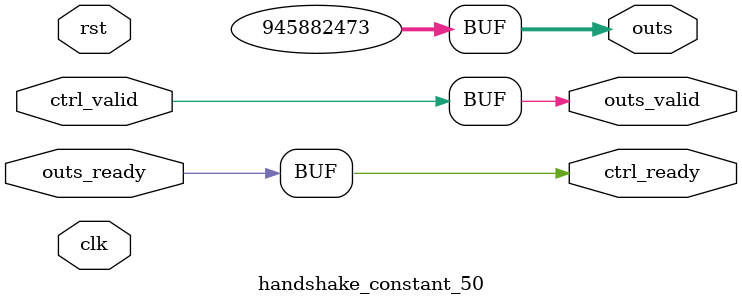
<source format=v>
`timescale 1ns / 1ps
module handshake_constant_50 #(
  parameter DATA_WIDTH = 32  // Default set to 32 bits
) (
  input                       clk,
  input                       rst,
  // Input Channel
  input                       ctrl_valid,
  output                      ctrl_ready,
  // Output Channel
  output [DATA_WIDTH - 1 : 0] outs,
  output                      outs_valid,
  input                       outs_ready
);
  assign outs       = 30'b111000011000010000010101101001;
  assign outs_valid = ctrl_valid;
  assign ctrl_ready = outs_ready;

endmodule

</source>
